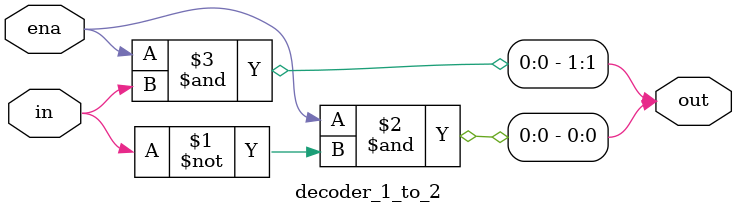
<source format=sv>
`timescale 1ns/1ps
`default_nettype none

module decoder_1_to_2(ena, in, out);

input wire ena;
input wire in;
output logic [1:0] out;

assign out[0] = ena & ~in;
assign out[1] = ena & in;

endmodule
</source>
